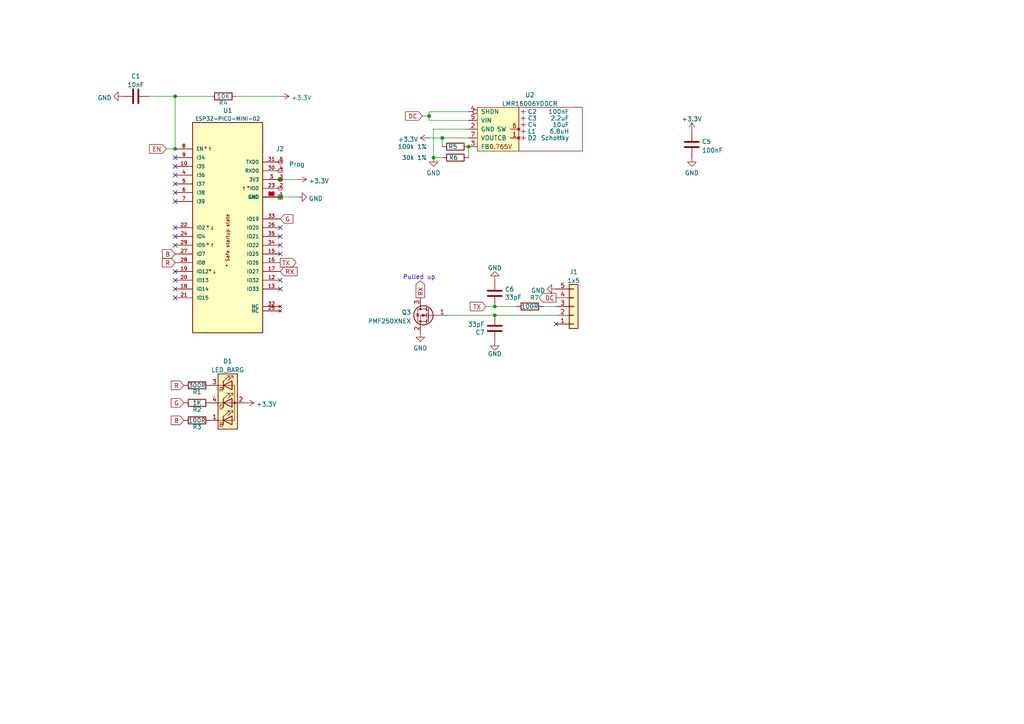
<source format=kicad_sch>
(kicad_sch (version 20211123) (generator eeschema)
  (paper "A4")
  (title_block (title "Daikin ESP32-PICO-MINI module") (date "${DATE}") (rev "1") (comment 1 "@TheRealRevK") (comment 2 "www.me.uk"))
  (lib_symbols
    (symbol "Connector_Generic:Conn_01x05" (pin_names (offset 1.016) hide)
      (property "Reference" "J" (at 0 7.62 0))
      (property "Value" "Conn_01x05" (at 0 -7.62 0))
      (symbol "Conn_01x05_1_1"
        (rectangle (start -1.27 -4.953) (end 0 -5.207) (stroke (width 0.1524)))
        (rectangle (start -1.27 -2.413) (end 0 -2.667) (stroke (width 0.1524)))
        (rectangle (start -1.27 0.127) (end 0 -0.127) (stroke (width 0.1524)))
        (rectangle (start -1.27 2.667) (end 0 2.413) (stroke (width 0.1524)))
        (rectangle (start -1.27 5.207) (end 0 4.953) (stroke (width 0.1524)))
        (rectangle (start -1.27 6.35) (end 1.27 -6.35) (stroke (width 0.254)) (fill (type background)))
        (pin passive line (at -5.08 5.08 0) (length 3.81) (name "Pin_1") (number "1"))
        (pin passive line (at -5.08 2.54 0) (length 3.81) (name "Pin_2") (number "2"))
        (pin passive line (at -5.08 0 0) (length 3.81) (name "Pin_3") (number "3"))
        (pin passive line (at -5.08 -2.54 0) (length 3.81) (name "Pin_4") (number "4"))
        (pin passive line (at -5.08 -5.08 0) (length 3.81) (name "Pin_5") (number "5"))
      )
    )
    (symbol "Device:C" (pin_numbers hide) (pin_names (offset 0.254))
      (property "Reference" "C" (at 0.635 2.54 0))
      (property "Value" "C" (at 0.635 -2.54 0))
      (symbol "C_0_1"
        (polyline (pts (xy -2.032 -0.762) (xy 2.032 -0.762)) (stroke (width 0.508)))
        (polyline (pts (xy -2.032 0.762) (xy 2.032 0.762)) (stroke (width 0.508)))
      )
      (symbol "C_1_1"
        (pin passive line (at 0 3.81 270) (length 2.794) (name "~") (number "1"))
        (pin passive line (at 0 -3.81 90) (length 2.794) (name "~") (number "2"))
      )
    )
    (symbol "Device:LED_BARG" (pin_names (offset 0) hide)
      (property "Reference" "D" (at 0 9.398 0))
      (property "Value" "LED_BARG" (at 0 -8.89 0))
      (symbol "LED_BARG_0_0"
        (text "B" (at -1.905 -6.35 0) (effects (font (size 1.27 1.27))))
        (text "G" (at -1.905 -1.27 0) (effects (font (size 1.27 1.27))))
        (text "R" (at -1.905 3.81 0) (effects (font (size 1.27 1.27))))
      )
      (symbol "LED_BARG_0_1"
        (polyline (pts (xy -1.27 -5.08) (xy -2.54 -5.08)))
        (polyline (pts (xy -1.27 -5.08) (xy 1.27 -5.08)))
        (polyline (pts (xy -1.27 -3.81) (xy -1.27 -6.35)) (stroke (width 0.254)))
        (polyline (pts (xy -1.27 0) (xy -2.54 0)))
        (polyline (pts (xy -1.27 1.27) (xy -1.27 -1.27)) (stroke (width 0.254)))
        (polyline (pts (xy -1.27 5.08) (xy -2.54 5.08)))
        (polyline (pts (xy -1.27 5.08) (xy 1.27 5.08)))
        (polyline (pts (xy -1.27 6.35) (xy -1.27 3.81)) (stroke (width 0.254)))
        (polyline (pts (xy 1.27 0) (xy -1.27 0)))
        (polyline (pts (xy 1.27 0) (xy 2.54 0)))
        (polyline (pts (xy -1.27 1.27) (xy -1.27 -1.27) (xy -1.27 -1.27)))
        (polyline (pts (xy -1.27 6.35) (xy -1.27 3.81) (xy -1.27 3.81)))
        (polyline (pts (xy 1.27 -5.08) (xy 2.032 -5.08) (xy 2.032 5.08) (xy 1.27 5.08)))
        (polyline (pts (xy 1.27 -3.81) (xy 1.27 -6.35) (xy -1.27 -5.08) (xy 1.27 -3.81)) (stroke (width 0.254)))
        (polyline (pts (xy 1.27 1.27) (xy 1.27 -1.27) (xy -1.27 0) (xy 1.27 1.27)) (stroke (width 0.254)))
        (polyline (pts (xy 1.27 6.35) (xy 1.27 3.81) (xy -1.27 5.08) (xy 1.27 6.35)) (stroke (width 0.254)))
        (polyline (pts (xy -1.016 -3.81) (xy 0.508 -2.286) (xy -0.254 -2.286) (xy 0.508 -2.286) (xy 0.508 -3.048)))
        (polyline (pts (xy -1.016 1.27) (xy 0.508 2.794) (xy -0.254 2.794) (xy 0.508 2.794) (xy 0.508 2.032)))
        (polyline (pts (xy -1.016 6.35) (xy 0.508 7.874) (xy -0.254 7.874) (xy 0.508 7.874) (xy 0.508 7.112)))
        (polyline (pts (xy 0 -3.81) (xy 1.524 -2.286) (xy 0.762 -2.286) (xy 1.524 -2.286) (xy 1.524 -3.048)))
        (polyline (pts (xy 0 1.27) (xy 1.524 2.794) (xy 0.762 2.794) (xy 1.524 2.794) (xy 1.524 2.032)))
        (polyline (pts (xy 0 6.35) (xy 1.524 7.874) (xy 0.762 7.874) (xy 1.524 7.874) (xy 1.524 7.112)))
        (rectangle (start 1.27 -1.27) (end 1.27 1.27))
        (rectangle (start 1.27 1.27) (end 1.27 1.27))
        (rectangle (start 1.27 3.81) (end 1.27 6.35))
        (rectangle (start 1.27 6.35) (end 1.27 6.35))
        (circle (center 2.032 0) (radius 0.254) (fill (type outline)))
        (rectangle (start 2.794 8.382) (end -2.794 -7.62) (stroke (width 0.254)) (fill (type background)))
      )
      (symbol "LED_BARG_1_1"
        (pin passive line (at -5.08 -5.08 0) (length 2.54) (name "BK") (number "1"))
        (pin passive line (at 5.08 0 180) (length 2.54) (name "A") (number "2"))
        (pin passive line (at -5.08 5.08 0) (length 2.54) (name "RK") (number "3"))
        (pin passive line (at -5.08 0 0) (length 2.54) (name "GK") (number "4"))
      )
    )
    (symbol "Device:R" (pin_numbers hide) (pin_names (offset 0))
      (property "Reference" "R" (at 2.032 0 90))
      (property "Value" "R" (at 0 0 90))
      (symbol "R_0_1"
        (rectangle (start -1.016 -2.54) (end 1.016 2.54) (stroke (width 0.254)))
      )
      (symbol "R_1_1"
        (pin passive line (at 0 3.81 270) (length 1.27) (name "~") (number "1"))
        (pin passive line (at 0 -3.81 90) (length 1.27) (name "~") (number "2"))
      )
    )
    (symbol "GND_1" (power) (pin_names (offset 0))
      (property "Value" "GND_1" (at 0 -3.81 0))
      (symbol "GND_1_0_1"
        (polyline (pts (xy 0 0) (xy 0 -1.27) (xy 1.27 -1.27) (xy 0 -2.54) (xy -1.27 -1.27) (xy 0 -1.27)))
      )
      (symbol "GND_1_1_1"
        (pin power_in line (at 0 0 270) (length 0) hide (name "GND") (number "1"))
      )
    )
    (symbol "GND_5" (power) (pin_names (offset 0))
      (property "Value" "GND_5" (at 0 -3.81 0))
      (symbol "GND_5_0_1"
        (polyline (pts (xy 0 0) (xy 0 -1.27) (xy 1.27 -1.27) (xy 0 -2.54) (xy -1.27 -1.27) (xy 0 -1.27)))
      )
      (symbol "GND_5_1_1"
        (pin power_in line (at 0 0 270) (length 0) hide (name "GND") (number "1"))
      )
    )
    (symbol "RevK:ESP32-PICO-MINI-02" (pin_names (offset 1.016))
      (property "Reference" "U" (at -10.16 -33.02 0))
      (property "Value" "ESP32-PICO-MINI-02" (at 0 27.94 0))
      (property "LCSC Part #" "C2980306" (at 0 0 0))
      (symbol "ESP32-PICO-MINI-02_0_0"
        (rectangle (start -10.16 -30.48) (end 10.16 30.48) (stroke (width 0.254)) (fill (type background)))
        (text "* Safe startup state" (at 0 -11.43 900) (effects (font (size 1 1)) (justify left)))
        (text "*↑" (at -6.985 22.86 0) (effects (font (size 1.27 1.27)) (justify left)))
        (text "*↑" (at -6.35 -5.08 0) (effects (font (size 1.27 1.27)) (justify left)))
        (text "*↓" (at -6.35 0 0) (effects (font (size 1.27 1.27)) (justify left)))
        (text "*↓" (at -5.715 -12.7 0) (effects (font (size 1.27 1.27)) (justify left)))
        (text "↑*" (at 3.81 11.43 0) (effects (font (size 1.27 1.27)) (justify left)))
        (pin power_in line (at 15.24 8.89 180) (length 5.08) (name "GND") (number "1"))
        (pin input line (at -15.24 17.78 0) (length 5.08) (name "I35") (number "10"))
        (pin power_in line (at 15.24 8.89 180) (length 5.08) (name "GND") (number "11"))
        (pin bidirectional line (at 15.24 -15.24 180) (length 5.08) (name "IO32") (number "12"))
        (pin bidirectional line (at 15.24 -17.78 180) (length 5.08) (name "IO33") (number "13"))
        (pin power_in line (at 15.24 8.89 180) (length 5.08) (name "GND") (number "14"))
        (pin bidirectional line (at 15.24 -7.62 180) (length 5.08) (name "IO25") (number "15"))
        (pin bidirectional line (at 15.24 -10.16 180) (length 5.08) (name "IO26") (number "16"))
        (pin bidirectional line (at 15.24 -12.7 180) (length 5.08) (name "IO27") (number "17"))
        (pin bidirectional line (at -15.24 -17.78 0) (length 5.08) (name "IO14") (number "18"))
        (pin bidirectional line (at -15.24 -12.7 0) (length 5.08) (name "IO12") (number "19"))
        (pin power_in line (at 15.24 8.89 180) (length 5.08) (name "GND") (number "2"))
        (pin bidirectional line (at -15.24 -15.24 0) (length 5.08) (name "IO13") (number "20"))
        (pin bidirectional line (at -15.24 -20.32 0) (length 5.08) (name "IO15") (number "21"))
        (pin bidirectional line (at -15.24 0 0) (length 5.08) (name "IO2") (number "22"))
        (pin bidirectional line (at 15.24 11.43 180) (length 5.08) (name "IO0") (number "23"))
        (pin bidirectional line (at -15.24 -2.54 0) (length 5.08) (name "IO4") (number "24"))
        (pin no_connect line (at 15.24 -24.13 180) (length 5.08) (name "NC") (number "25"))
        (pin bidirectional line (at 15.24 0 180) (length 5.08) (name "IO20") (number "26"))
        (pin bidirectional line (at -15.24 -7.62 0) (length 5.08) (name "IO7") (number "27"))
        (pin bidirectional line (at -15.24 -10.16 0) (length 5.08) (name "IO8") (number "28"))
        (pin bidirectional line (at -15.24 -5.08 0) (length 5.08) (name "IO5") (number "29"))
        (pin power_in line (at 15.24 13.97 180) (length 5.08) (name "3V3") (number "3"))
        (pin bidirectional line (at 15.24 16.51 180) (length 5.08) (name "RXD0") (number "30"))
        (pin bidirectional line (at 15.24 19.05 180) (length 5.08) (name "TXD0") (number "31"))
        (pin no_connect line (at 15.24 -22.86 180) (length 5.08) (name "NC") (number "32"))
        (pin bidirectional line (at 15.24 2.54 180) (length 5.08) (name "IO19") (number "33"))
        (pin bidirectional line (at 15.24 -5.08 180) (length 5.08) (name "IO22") (number "34"))
        (pin bidirectional line (at 15.24 -2.54 180) (length 5.08) (name "IO21") (number "35"))
        (pin power_in line (at 15.24 8.89 180) (length 5.08) (name "GND") (number "36"))
        (pin power_in line (at 15.24 8.89 180) (length 5.08) (name "GND") (number "37"))
        (pin power_in line (at 15.24 8.89 180) (length 5.08) (name "GND") (number "38"))
        (pin power_in line (at 15.24 8.89 180) (length 5.08) (name "GND") (number "39"))
        (pin input line (at -15.24 15.24 0) (length 5.08) (name "I36") (number "4"))
        (pin power_in line (at 15.24 8.89 180) (length 5.08) (name "GND") (number "40"))
        (pin power_in line (at 15.24 8.89 180) (length 5.08) (name "GND") (number "41"))
        (pin power_in line (at 15.24 8.89 180) (length 5.08) (name "GND") (number "42"))
        (pin power_in line (at 15.24 8.89 180) (length 5.08) (name "GND") (number "43"))
        (pin power_in line (at 15.24 8.89 180) (length 5.08) (name "GND") (number "44"))
        (pin power_in line (at 15.24 8.89 180) (length 5.08) (name "GND") (number "45"))
        (pin power_in line (at 15.24 8.89 180) (length 5.08) (name "GND") (number "46"))
        (pin power_in line (at 15.24 8.89 180) (length 5.08) (name "GND") (number "47"))
        (pin power_in line (at 15.24 8.89 180) (length 5.08) (name "GND") (number "48"))
        (pin power_in line (at 15.24 8.89 180) (length 5.08) (name "GND") (number "49"))
        (pin input line (at -15.24 12.7 0) (length 5.08) (name "I37") (number "5"))
        (pin power_in line (at 15.24 8.89 180) (length 5.08) (name "GND") (number "50"))
        (pin power_in line (at 15.24 8.89 180) (length 5.08) (name "GND") (number "51"))
        (pin power_in line (at 15.24 8.89 180) (length 5.08) (name "GND") (number "52"))
        (pin power_in line (at 15.24 8.89 180) (length 5.08) (name "GND") (number "53"))
        (pin input line (at -15.24 10.16 0) (length 5.08) (name "I38") (number "6"))
        (pin input line (at -15.24 7.62 0) (length 5.08) (name "I39") (number "7"))
        (pin input line (at -15.24 22.86 0) (length 5.08) (name "EN") (number "8"))
        (pin input line (at -15.24 20.32 0) (length 5.08) (name "I34") (number "9"))
      )
    )
    (symbol "RevK:Hidden" (pin_names (offset 1.016))
      (property "Reference" "Z" (at 0.635 0 0))
      (property "Value" "Hidden" (at 4.445 0 0))
      (symbol "Hidden_0_1"
        (polyline (pts (xy -0.635 0) (xy 0.635 0)) (stroke (width 0.1524)))
        (polyline (pts (xy 0 0.635) (xy 0 -0.635)) (stroke (width 0.1524)))
      )
      (symbol "Hidden_1_1"
        (pin no_connect non_logic (at 0 -2.54 90) (length 2.54) hide (name "~") (number "~"))
      )
    )
    (symbol "RevK:LMR16006XDDCR" (pin_names (offset 1.016))
      (property "Reference" "U" (at 11.43 2.54 0))
      (property "Value" "LMR16006XDDCR" (at 7.62 -12.7 0))
      (symbol "LMR16006XDDCR_0_0"
        (rectangle (start 2.54 1.27) (end 14.605 -11.43) (fill (type background)))
        (text "0.765V" (at 12.7 -10.16 0) (effects (font (size 1.27 1.27)) (justify right)))
      )
      (symbol "LMR16006XDDCR_0_1"
        (rectangle (start 14.605 1.27) (end 33.02 -11.43))
      )
      (symbol "LMR16006XDDCR_1_1"
        (pin no_connect line (at 14.605 -7.62 180) (length 2.54) (name "CB") (number "1"))
        (pin power_in line (at 0 -5.08 0) (length 2.54) (name "GND") (number "2"))
        (pin passive line (at 0 -10.16 0) (length 2.54) (name "FB") (number "3"))
        (pin input inverted (at 0 0 0) (length 2.54) (name "SHDN") (number "4"))
        (pin power_in line (at 0 -2.54 0) (length 2.54) (name "VIN") (number "5"))
        (pin no_connect line (at 14.605 -5.08 180) (length 2.54) (name "SW") (number "6"))
        (pin power_out line (at 0 -7.62 0) (length 2.54) (name "VOUT") (number "7"))
      )
    )
    (symbol "RevK:NX7002AK" (pin_names (offset 0) hide)
      (property "Reference" "Q" (at 5.08 1.27 0))
      (property "Value" "NX7002AK" (at 5.08 -1.27 0))
      (symbol "NX7002AK_0_1"
        (polyline (pts (xy 0.254 0) (xy -2.54 0)))
        (polyline (pts (xy 0.254 1.905) (xy 0.254 -1.905)) (stroke (width 0.254)))
        (polyline (pts (xy 0.762 -1.27) (xy 0.762 -2.286)) (stroke (width 0.254)))
        (polyline (pts (xy 0.762 0.508) (xy 0.762 -0.508)) (stroke (width 0.254)))
        (polyline (pts (xy 0.762 2.286) (xy 0.762 1.27)) (stroke (width 0.254)))
        (polyline (pts (xy 2.54 2.54) (xy 2.54 1.778)))
        (polyline (pts (xy 2.54 -2.54) (xy 2.54 0) (xy 0.762 0)))
        (polyline (pts (xy 0.762 -1.778) (xy 3.302 -1.778) (xy 3.302 1.778) (xy 0.762 1.778)))
        (polyline (pts (xy 1.016 0) (xy 2.032 0.381) (xy 2.032 -0.381) (xy 1.016 0)) (fill (type outline)))
        (polyline (pts (xy 2.794 0.508) (xy 2.921 0.381) (xy 3.683 0.381) (xy 3.81 0.254)))
        (polyline (pts (xy 3.302 0.381) (xy 2.921 -0.254) (xy 3.683 -0.254) (xy 3.302 0.381)))
        (circle (center 1.651 0) (radius 2.794) (stroke (width 0.254)))
        (circle (center 2.54 -1.778) (radius 0.254) (fill (type outline)))
        (circle (center 2.54 1.778) (radius 0.254) (fill (type outline)))
      )
      (symbol "NX7002AK_1_1"
        (pin input line (at -5.08 0 0) (length 2.54) (name "G") (number "1"))
        (pin passive line (at 2.54 -5.08 90) (length 2.54) (name "S") (number "2"))
        (pin passive line (at 2.54 5.08 270) (length 2.54) (name "D") (number "3"))
      )
    )
    (symbol "RevK:Shelly" (in_bom no)
      (property "Reference" "J" (at 2.54 -8.255 0))
      (property "Value" "Shelly" (at 2.54 9.525 0))
      (symbol "Shelly_0_1"
        (circle (center 0 -2.54) (radius 0.635) (stroke (width 0.1524)))
        (circle (center 0 0) (radius 0.635) (stroke (width 0.1524)))
        (circle (center 0 2.54) (radius 0.635) (stroke (width 0.1524)))
        (circle (center 0 5.08) (radius 0.635) (stroke (width 0.1524)))
        (rectangle (start 0.635 -5.715) (end -0.635 -4.445) (stroke (width 0.1524)))
      )
      (symbol "Shelly_1_1"
        (pin passive line (at 0 -5.08 0) (length 0.64) (name "GND") (number "1"))
        (pin passive line (at 0 -2.54 0) (length 0.64) (name "0") (number "2"))
        (pin passive line (at 0 0 0) (length 0.64) (name "3V3") (number "3"))
        (pin passive line (at 0 2.54 0) (length 0.64) (name "Rx") (number "4"))
        (pin passive line (at 0 5.08 0) (length 0.64) (name "Tx") (number "5"))
      )
    )
    (symbol "power:+3.3V" (power) (pin_names (offset 0))
      (property "Value" "+3.3V" (at 0 3.556 0))
      (symbol "+3.3V_0_1"
        (polyline (pts (xy -0.762 1.27) (xy 0 2.54)))
        (polyline (pts (xy 0 0) (xy 0 2.54)))
        (polyline (pts (xy 0 2.54) (xy 0.762 1.27)))
      )
      (symbol "+3.3V_1_1"
        (pin power_in line (at 0 0 90) (length 0) hide (name "+3.3V") (number "1"))
      )
    )
    (symbol "power:GND" (power) (pin_names (offset 0))
      (property "Value" "GND" (at 0 -3.81 0))
      (symbol "GND_0_1"
        (polyline (pts (xy 0 0) (xy 0 -1.27) (xy 1.27 -1.27) (xy 0 -2.54) (xy -1.27 -1.27) (xy 0 -1.27)))
      )
      (symbol "GND_1_1"
        (pin power_in line (at 0 0 270) (length 0) hide (name "GND") (number "1"))
      )
    )
  )
  (junction (at 124.46 33.655))
  (junction (at 135.89 42.545))
  (junction (at 50.8 43.18))
  (junction (at 125.73 45.72))
  (junction (at 50.8 27.94))
  (junction (at 128.27 40.005))
  (junction (at 143.51 91.44))
  (junction (at 81.28 52.07))
  (junction (at 81.28 57.15))
  (junction (at 143.51 88.9))
  (no_connect (at 161.29 93.98))
  (no_connect (at 81.28 71.12))
  (no_connect (at 50.8 45.72))
  (no_connect (at 50.8 48.26))
  (no_connect (at 50.8 50.8))
  (no_connect (at 50.8 53.34))
  (no_connect (at 50.8 55.88))
  (no_connect (at 50.8 58.42))
  (no_connect (at 50.8 66.04))
  (no_connect (at 50.8 71.12))
  (no_connect (at 50.8 78.74))
  (no_connect (at 81.28 68.58))
  (no_connect (at 81.28 81.28))
  (no_connect (at 81.28 83.82))
  (no_connect (at 81.28 73.66))
  (no_connect (at 50.8 83.82))
  (no_connect (at 50.8 81.28))
  (no_connect (at 50.8 86.36))
  (no_connect (at 81.28 66.04))
  (no_connect (at 50.8 68.58))
  (wire (pts (xy 81.28 57.15) (xy 86.36 57.15)))
  (wire (pts (xy 124.46 34.925) (xy 135.89 34.925)))
  (wire (pts (xy 122.555 33.655) (xy 124.46 33.655)))
  (wire (pts (xy 161.29 91.44) (xy 143.51 91.44)))
  (wire (pts (xy 125.73 45.72) (xy 125.73 37.465)))
  (wire (pts (xy 43.18 27.94) (xy 50.8 27.94)))
  (wire (pts (xy 140.97 88.9) (xy 143.51 88.9)))
  (wire (pts (xy 128.27 40.005) (xy 135.89 40.005)))
  (wire (pts (xy 124.46 32.385) (xy 124.46 33.655)))
  (wire (pts (xy 48.26 43.18) (xy 50.8 43.18)))
  (wire (pts (xy 125.73 37.465) (xy 135.89 37.465)))
  (wire (pts (xy 143.51 91.44) (xy 129.54 91.44)))
  (wire (pts (xy 128.27 45.72) (xy 125.73 45.72)))
  (wire (pts (xy 50.8 43.18) (xy 50.8 27.94)))
  (wire (pts (xy 128.27 42.545) (xy 128.27 40.005)))
  (wire (pts (xy 124.46 33.655) (xy 124.46 34.925)))
  (wire (pts (xy 124.46 40.005) (xy 128.27 40.005)))
  (wire (pts (xy 143.51 88.9) (xy 149.86 88.9)))
  (wire (pts (xy 81.28 52.07) (xy 86.36 52.07)))
  (wire (pts (xy 50.8 27.94) (xy 60.96 27.94)))
  (wire (pts (xy 124.46 32.385) (xy 135.89 32.385)))
  (wire (pts (xy 157.48 88.9) (xy 161.29 88.9)))
  (wire (pts (xy 135.89 42.545) (xy 135.89 45.72)))
  (wire (pts (xy 68.58 27.94) (xy 81.28 27.94)))
  (text "Pulled up" (at 116.84 81.28 0) (effects (font (size 1.27 1.27)) (justify left bottom)))
  (global_label "G" (shape input) (at 81.28 63.5 0) (property "Intersheet References" "${INTERSHEET_REFS}" (effects hide)))
  (global_label "R" (shape input) (at 50.8 76.2 180) (property "Intersheet References" "${INTERSHEET_REFS}" (effects hide)))
  (global_label "EN" (shape input) (at 48.26 43.18 180) (property "Intersheet References" "${INTERSHEET_REFS}" (effects hide)))
  (global_label "B" (shape input) (at 53.34 121.92 180) (property "Intersheet References" "${INTERSHEET_REFS}" (effects hide)))
  (global_label "TX" (shape input) (at 140.97 88.9 180) (property "Intersheet References" "${INTERSHEET_REFS}" (effects hide)))
  (global_label "R" (shape input) (at 53.34 111.76 180) (property "Intersheet References" "${INTERSHEET_REFS}" (effects hide)))
  (global_label "DC" (shape input) (at 122.555 33.655 180) (property "Intersheet References" "${INTERSHEET_REFS}" (effects hide)))
  (global_label "TX" (shape output) (at 81.28 76.2 0) (property "Intersheet References" "${INTERSHEET_REFS}" (effects hide)))
  (global_label "DC" (shape output) (at 161.29 86.36 180) (property "Intersheet References" "${INTERSHEET_REFS}" (effects hide)))
  (global_label "RX" (shape input) (at 81.28 78.74 0) (property "Intersheet References" "${INTERSHEET_REFS}" (effects hide)))
  (global_label "G" (shape input) (at 53.34 116.84 180) (property "Intersheet References" "${INTERSHEET_REFS}" (effects hide)))
  (global_label "RX" (shape output) (at 121.92 86.36 90) (property "Intersheet References" "${INTERSHEET_REFS}" (effects hide)))
  (global_label "B" (shape input) (at 50.8 73.66 180) (property "Intersheet References" "${INTERSHEET_REFS}" (effects hide)))
  (symbol (lib_id "Device:R") (at 57.15 111.76 270) (unit 1)
    (property "Reference" "R1" (at 57.15 113.665 90))
    (property "Value" "300R" (at 57.15 111.76 90))
    (property "Footprint" "RevK:R_0603" (effects hide))
    (property "Part No" "0603-680R" (effects hide))
  )
  (symbol (lib_id "Device:C") (at 143.51 95.25 180) (unit 1)
    (property "Reference" "C7" (at 140.589 96.4184 0) (effects (justify left)))
    (property "Value" "33pF" (at 140.589 94.107 0) (effects (justify left)))
    (property "Footprint" "RevK:C_0603" (effects hide))
    (property "Part No" "0603-33pF-50V" (effects hide))
  )
  (symbol (lib_id "RevK:LMR16006XDDCR") (at 135.89 32.385 0) (unit 1)
    (property "Reference" "U2" (at 153.67 27.5422 0))
    (property "Value" "LMR16006YDDCR" (at 153.67 30.0791 0))
    (property "Footprint" "RevK:SOT-23-Thin-6-Reg" (effects hide))
    (property "Manufacturer" "TI" (effects hide))
    (property "Part No" "LMR16006YDDCR" (effects hide))
    (property "LCSC Part #" "C290195" (effects hide))
    (property "JLCPCB Rotation Offset" "0" (effects hide))
  )
  (symbol (lib_id "power:GND") (at 161.29 83.82 270) (unit 1)
    (property "Reference" "#PWR09" (effects hide))
    (property "Value" "GND" (at 158.1151 84.2538 90) (effects (justify right)))
  )
  (symbol (lib_id "Device:R") (at 64.77 27.94 270) (unit 1)
    (property "Reference" "R4" (at 64.77 29.845 90))
    (property "Value" "10K" (at 64.77 27.94 90))
    (property "Footprint" "RevK:R_0603" (effects hide))
    (property "Part No" "0603-10K" (effects hide))
  )
  (symbol (lib_id "RevK:Hidden") (at 151.765 34.29 0) (unit 1)
    (property "Reference" "C3" (at 153.035 34.29 0) (effects (justify left)))
    (property "Value" "2.2uF" (at 165.1 34.29 0) (effects (justify right)))
    (property "Footprint" "RevK:C_0805_" (effects hide))
    (property "LCSC Part #" "C19110" (effects hide))
  )
  (symbol (lib_id "Device:C") (at 200.66 41.91 0) (unit 1)
    (property "Reference" "C5" (at 203.581 41.0753 0) (effects (justify left)))
    (property "Value" "100nF" (at 203.581 43.6122 0) (effects (justify left)))
    (property "Footprint" "RevK:C_0603" (effects hide))
    (property "Part No" "0603-100nF-25V" (effects hide))
  )
  (symbol (lib_id "RevK:Hidden") (at 151.765 40.005 0) (unit 1)
    (property "Reference" "D2" (at 153.035 40.005 0) (effects (justify left)))
    (property "Value" "Schottky" (at 165.1 40.005 0) (effects (justify right)))
    (property "Footprint" "RevK:D_1206_" (effects hide))
    (property "Datasheet" "https://www.mouser.co.uk/datasheet/2/54/CD1206-B220_B2100-777245.pdf" (effects hide))
    (property "Manufacturer" "Bourns" (effects hide))
    (property "LCSC Part #" "C143805" (effects hide))
    (property "JLCPCB Rotation Offset" "180" (effects hide))
  )
  (symbol (lib_id "Device:C") (at 143.51 85.09 0) (unit 1)
    (property "Reference" "C6" (at 146.431 83.9216 0) (effects (justify left)))
    (property "Value" "33pF" (at 146.431 86.233 0) (effects (justify left)))
    (property "Footprint" "RevK:C_0603" (effects hide))
    (property "Part No" "0603-33pF-50V" (effects hide))
    (property "JLCPCB Rotation Offset" "90" (effects hide))
  )
  (symbol (lib_name "GND_1") (lib_id "power:GND") (at 86.36 57.15 90) (unit 1)
    (property "Reference" "#PWR0104" (effects hide))
    (property "Value" "GND" (at 89.535 57.5838 90) (effects (justify right)))
  )
  (symbol (lib_id "power:GND") (at 143.51 99.06 0) (unit 1)
    (property "Reference" "#PWR0112" (effects hide))
    (property "Value" "GND" (at 143.51 102.6358 0))
  )
  (symbol (lib_id "power:GND") (at 200.66 45.72 0) (unit 1)
    (property "Reference" "#PWR0110" (effects hide))
    (property "Value" "GND" (at 200.66 50.1634 0))
  )
  (symbol (lib_id "Device:R") (at 57.15 116.84 270) (unit 1)
    (property "Reference" "R2" (at 57.15 118.745 90))
    (property "Value" "1K" (at 57.15 116.84 90))
    (property "Footprint" "RevK:R_0603" (effects hide))
    (property "Part No" "0603-2K" (effects hide))
  )
  (symbol (lib_id "RevK:ESP32-PICO-MINI-02") (at 66.04 66.04 0) (unit 1)
    (property "Reference" "U1" (at 66.04 32.0498 0))
    (property "Value" "ESP32-PICO-MINI-02" (at 66.04 34.4339 0) (effects (font (size 1.1 1.1))))
    (property "Footprint" "RevK:ESP32-PICO-MINI-02" (effects hide))
    (property "MANUFACTURER" "Espressif" (effects hide))
    (property "MAXIMUM_PACKAGE_HEIGHT" "2.55mm" (effects hide))
    (property "PARTREV" "v1.0" (effects hide))
    (property "STANDARD" "Manufacturer Recommendations" (effects hide))
    (property "Part No" "ESP32-PICO-MINI-02-N8R2" (effects hide))
    (property "LCSC Part #" "C2980306" (effects hide))
  )
  (symbol (lib_name "GND_5") (lib_id "power:GND") (at 125.73 45.72 0) (unit 1)
    (property "Reference" "#PWR0101" (effects hide))
    (property "Value" "GND" (at 125.73 50.1634 0))
  )
  (symbol (lib_id "power:GND") (at 143.51 81.28 180) (unit 1)
    (property "Reference" "#PWR0111" (effects hide))
    (property "Value" "GND" (at 143.51 77.7042 0))
  )
  (symbol (lib_id "RevK:Hidden") (at 151.765 36.195 0) (unit 1)
    (property "Reference" "C4" (at 153.035 36.195 0) (effects (justify left)))
    (property "Value" "10uF" (at 165.1 36.195 0) (effects (justify right)))
    (property "Footprint" "RevK:C_0805_" (effects hide))
    (property "LCSC Part #" "C17024" (effects hide))
  )
  (symbol (lib_id "Device:R") (at 153.67 88.9 90) (unit 1)
    (property "Reference" "R7" (at 153.67 86.36 90) (effects (justify right)))
    (property "Value" "100R" (at 156.21 88.9 90) (effects (justify left)))
    (property "Footprint" "RevK:R_0603" (effects hide))
    (property "LCSC Part #" "C105588" (effects hide))
  )
  (symbol (lib_id "Device:LED_BARG") (at 66.04 116.84 0) (unit 1)
    (property "Reference" "D1" (at 66.04 104.7582 0))
    (property "Value" "LED_BARG" (at 66.04 107.2951 0))
    (property "Footprint" "RevK:MHS190RGBCT" (effects hide))
    (property "LCSC Part #" "C409798" (effects hide))
  )
  (symbol (lib_id "power:GND") (at 121.92 96.52 0) (unit 1)
    (property "Reference" "#PWR0102" (effects hide))
    (property "Value" "GND" (at 121.92 100.9634 0))
  )
  (symbol (lib_id "Device:C") (at 39.37 27.94 90) (unit 1)
    (property "Reference" "C1" (at 39.37 22.0812 90))
    (property "Value" "10nF" (at 39.37 24.6181 90))
    (property "Footprint" "RevK:C_0603" (effects hide))
    (property "Part No" "0603-10nF-50V" (effects hide))
  )
  (symbol (lib_id "Connector_Generic:Conn_01x05") (at 166.37 88.9 0) (mirror x) (unit 1)
    (property "Reference" "J1" (at 166.37 78.8502 0))
    (property "Value" "1x5" (at 166.37 81.3871 0))
    (property "Footprint" "Connector_JST:JST_EH_S5B-EH_1x05_P2.50mm_Horizontal" (effects hide))
    (property "LCSC Part #" "C225427" (effects hide))
    (property "JLCPCB Position Offset" "5,0" (effects hide))
  )
  (symbol (lib_id "power:+3.3V") (at 71.12 116.84 270) (unit 1)
    (property "Reference" "#PWR0107" (effects hide))
    (property "Value" "+3.3V" (at 74.295 117.2738 90) (effects (justify left)))
  )
  (symbol (lib_id "RevK:Hidden") (at 151.765 32.385 0) (unit 1)
    (property "Reference" "C2" (at 153.035 32.385 0) (effects (justify left)))
    (property "Value" "100nF" (at 165.1 32.385 0) (effects (justify right)))
    (property "Footprint" "RevK:C_0603_" (effects hide))
    (property "Note" "X7R or X5R 0603" (effects hide))
    (property "LCSC Part #" "C30926" (effects hide))
  )
  (symbol (lib_id "power:+3.3V") (at 200.66 38.1 0) (unit 1)
    (property "Reference" "#PWR0109" (effects hide))
    (property "Value" "+3.3V" (at 200.66 34.5242 0))
  )
  (symbol (lib_id "RevK:Hidden") (at 151.765 38.1 0) (unit 1)
    (property "Reference" "L1" (at 153.035 38.1 0) (effects (justify left)))
    (property "Value" "6.8uH" (at 165.1 38.1 0) (effects (justify right)))
    (property "Footprint" "RevK:L_4x4_" (effects hide))
    (property "LCSC Part #" "C354575" (effects hide))
  )
  (symbol (lib_id "power:+3.3V") (at 81.28 27.94 270) (unit 1)
    (property "Reference" "#PWR0106" (effects hide))
    (property "Value" "+3.3V" (at 84.455 28.3738 90) (effects (justify left)))
  )
  (symbol (lib_id "Device:R") (at 132.08 45.72 90) (unit 1)
    (property "Reference" "R6" (at 130.175 45.72 90) (effects (justify right)))
    (property "Value" "30k 1%" (at 123.825 45.72 90) (effects (justify left)))
    (property "Footprint" "RevK:R_0603" (effects hide))
    (property "LCSC Part #" "C100001" (effects hide))
  )
  (symbol (lib_id "Device:R") (at 57.15 121.92 270) (unit 1)
    (property "Reference" "R3" (at 57.15 123.825 90))
    (property "Value" "100R" (at 57.15 121.92 90))
    (property "Footprint" "RevK:R_0603" (effects hide))
    (property "Part No" "0603-220R" (effects hide))
  )
  (symbol (lib_id "power:+3.3V") (at 86.36 52.07 270) (unit 1)
    (property "Reference" "#PWR0103" (effects hide))
    (property "Value" "+3.3V" (at 89.535 52.5038 90) (effects (justify left)))
  )
  (symbol (lib_id "power:+3.3V") (at 124.46 40.005 90) (unit 1)
    (property "Reference" "#PWR0105" (effects hide))
    (property "Value" "+3.3V" (at 121.285 40.4388 90) (effects (justify left)))
  )
  (symbol (lib_id "Device:R") (at 132.08 42.545 90) (unit 1)
    (property "Reference" "R5" (at 132.715 42.545 90) (effects (justify left)))
    (property "Value" "100k 1%" (at 123.825 42.545 90) (effects (justify left)))
    (property "Footprint" "RevK:R_0603" (effects hide))
    (property "LCSC Part #" "C14675" (effects hide))
  )
  (symbol (lib_id "power:GND") (at 35.56 27.94 270) (unit 1)
    (property "Reference" "#PWR0108" (effects hide))
    (property "Value" "GND" (at 32.3851 28.3738 90) (effects (justify right)))
  )
  (symbol (lib_id "RevK:NX7002AK") (at 124.46 91.44 0) (mirror y) (unit 1)
    (property "Reference" "Q3" (at 119.253 90.6053 0) (effects (justify left)))
    (property "Value" "PMF250XNEX" (at 119.253 93.1422 0) (effects (justify left)))
    (property "Footprint" "RevK:SOT-323_SC-70" (effects hide))
    (property "Part No" "PMF250XNEX" (effects hide))
    (property "LCSC Part #" "C504047" (effects hide))
    (property "JLCPCB Rotation Offset" "180" (effects hide))
  )
  (symbol (lib_id "RevK:Shelly") (at 81.28 52.07 0) (unit 1) (in_bom no)
    (property "Reference" "J2" (at 80.01 43.18 0) (effects (justify left)))
    (property "Value" "Prog" (at 83.82 47.625 0) (effects (justify left)))
    (property "Footprint" "RevK:Shelly" (effects hide))
  )
)
</source>
